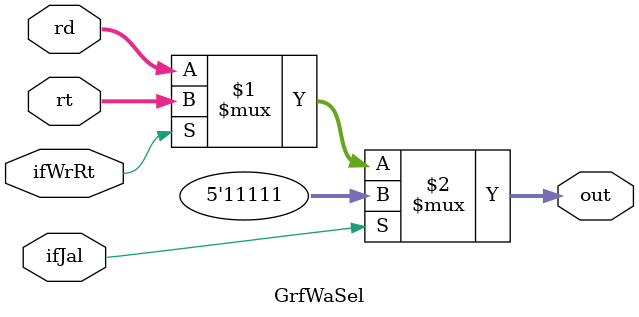
<source format=v>
`timescale 1ns / 1ps
/*
assign grfWA = (ifJal)? 31:
						(ifWrRt)? rt:
						rd;
*/
//////////////////////////////////////////////////////////////////////////////////
module GrfWaSel(
	input ifJal,
	input ifWrRt,
	input [4:0]rt,
	input [4:0]rd,
	output [4:0]out
    );
	 
assign out = (ifJal)? 5'b11111:
				 (ifWrRt)? rt:
				 rd;

endmodule

</source>
